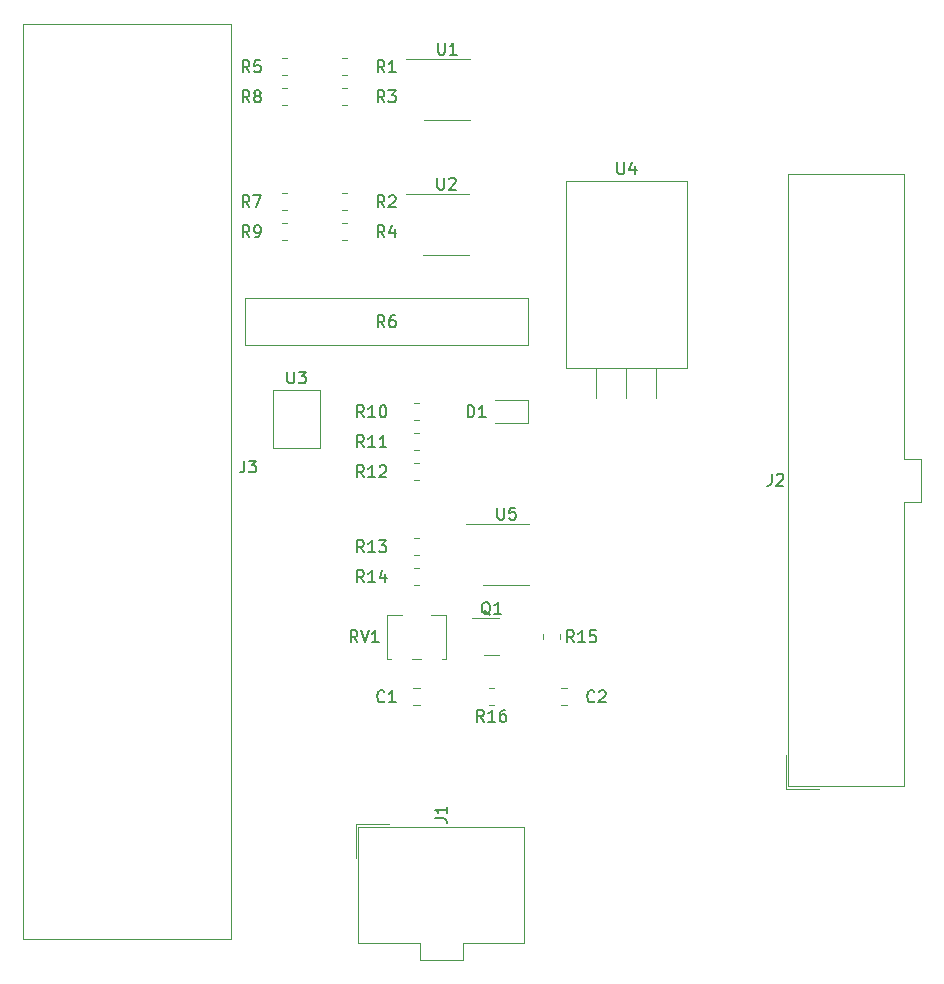
<source format=gbr>
%TF.GenerationSoftware,KiCad,Pcbnew,7.0.1*%
%TF.CreationDate,2024-01-01T19:45:24+00:00*%
%TF.ProjectId,PowerDelivery,506f7765-7244-4656-9c69-766572792e6b,rev?*%
%TF.SameCoordinates,Original*%
%TF.FileFunction,Legend,Top*%
%TF.FilePolarity,Positive*%
%FSLAX46Y46*%
G04 Gerber Fmt 4.6, Leading zero omitted, Abs format (unit mm)*
G04 Created by KiCad (PCBNEW 7.0.1) date 2024-01-01 19:45:24*
%MOMM*%
%LPD*%
G01*
G04 APERTURE LIST*
%ADD10C,0.150000*%
%ADD11C,0.120000*%
G04 APERTURE END LIST*
D10*
%TO.C,R10*%
X147947142Y-93172619D02*
X147613809Y-92696428D01*
X147375714Y-93172619D02*
X147375714Y-92172619D01*
X147375714Y-92172619D02*
X147756666Y-92172619D01*
X147756666Y-92172619D02*
X147851904Y-92220238D01*
X147851904Y-92220238D02*
X147899523Y-92267857D01*
X147899523Y-92267857D02*
X147947142Y-92363095D01*
X147947142Y-92363095D02*
X147947142Y-92505952D01*
X147947142Y-92505952D02*
X147899523Y-92601190D01*
X147899523Y-92601190D02*
X147851904Y-92648809D01*
X147851904Y-92648809D02*
X147756666Y-92696428D01*
X147756666Y-92696428D02*
X147375714Y-92696428D01*
X148899523Y-93172619D02*
X148328095Y-93172619D01*
X148613809Y-93172619D02*
X148613809Y-92172619D01*
X148613809Y-92172619D02*
X148518571Y-92315476D01*
X148518571Y-92315476D02*
X148423333Y-92410714D01*
X148423333Y-92410714D02*
X148328095Y-92458333D01*
X149518571Y-92172619D02*
X149613809Y-92172619D01*
X149613809Y-92172619D02*
X149709047Y-92220238D01*
X149709047Y-92220238D02*
X149756666Y-92267857D01*
X149756666Y-92267857D02*
X149804285Y-92363095D01*
X149804285Y-92363095D02*
X149851904Y-92553571D01*
X149851904Y-92553571D02*
X149851904Y-92791666D01*
X149851904Y-92791666D02*
X149804285Y-92982142D01*
X149804285Y-92982142D02*
X149756666Y-93077380D01*
X149756666Y-93077380D02*
X149709047Y-93125000D01*
X149709047Y-93125000D02*
X149613809Y-93172619D01*
X149613809Y-93172619D02*
X149518571Y-93172619D01*
X149518571Y-93172619D02*
X149423333Y-93125000D01*
X149423333Y-93125000D02*
X149375714Y-93077380D01*
X149375714Y-93077380D02*
X149328095Y-92982142D01*
X149328095Y-92982142D02*
X149280476Y-92791666D01*
X149280476Y-92791666D02*
X149280476Y-92553571D01*
X149280476Y-92553571D02*
X149328095Y-92363095D01*
X149328095Y-92363095D02*
X149375714Y-92267857D01*
X149375714Y-92267857D02*
X149423333Y-92220238D01*
X149423333Y-92220238D02*
X149518571Y-92172619D01*
%TO.C,J1*%
X153962619Y-127133333D02*
X154676904Y-127133333D01*
X154676904Y-127133333D02*
X154819761Y-127180952D01*
X154819761Y-127180952D02*
X154915000Y-127276190D01*
X154915000Y-127276190D02*
X154962619Y-127419047D01*
X154962619Y-127419047D02*
X154962619Y-127514285D01*
X154962619Y-126133333D02*
X154962619Y-126704761D01*
X154962619Y-126419047D02*
X153962619Y-126419047D01*
X153962619Y-126419047D02*
X154105476Y-126514285D01*
X154105476Y-126514285D02*
X154200714Y-126609523D01*
X154200714Y-126609523D02*
X154248333Y-126704761D01*
%TO.C,J3*%
X137826666Y-96832619D02*
X137826666Y-97546904D01*
X137826666Y-97546904D02*
X137779047Y-97689761D01*
X137779047Y-97689761D02*
X137683809Y-97785000D01*
X137683809Y-97785000D02*
X137540952Y-97832619D01*
X137540952Y-97832619D02*
X137445714Y-97832619D01*
X138207619Y-96832619D02*
X138826666Y-96832619D01*
X138826666Y-96832619D02*
X138493333Y-97213571D01*
X138493333Y-97213571D02*
X138636190Y-97213571D01*
X138636190Y-97213571D02*
X138731428Y-97261190D01*
X138731428Y-97261190D02*
X138779047Y-97308809D01*
X138779047Y-97308809D02*
X138826666Y-97404047D01*
X138826666Y-97404047D02*
X138826666Y-97642142D01*
X138826666Y-97642142D02*
X138779047Y-97737380D01*
X138779047Y-97737380D02*
X138731428Y-97785000D01*
X138731428Y-97785000D02*
X138636190Y-97832619D01*
X138636190Y-97832619D02*
X138350476Y-97832619D01*
X138350476Y-97832619D02*
X138255238Y-97785000D01*
X138255238Y-97785000D02*
X138207619Y-97737380D01*
%TO.C,U1*%
X154243095Y-61467619D02*
X154243095Y-62277142D01*
X154243095Y-62277142D02*
X154290714Y-62372380D01*
X154290714Y-62372380D02*
X154338333Y-62420000D01*
X154338333Y-62420000D02*
X154433571Y-62467619D01*
X154433571Y-62467619D02*
X154624047Y-62467619D01*
X154624047Y-62467619D02*
X154719285Y-62420000D01*
X154719285Y-62420000D02*
X154766904Y-62372380D01*
X154766904Y-62372380D02*
X154814523Y-62277142D01*
X154814523Y-62277142D02*
X154814523Y-61467619D01*
X155814523Y-62467619D02*
X155243095Y-62467619D01*
X155528809Y-62467619D02*
X155528809Y-61467619D01*
X155528809Y-61467619D02*
X155433571Y-61610476D01*
X155433571Y-61610476D02*
X155338333Y-61705714D01*
X155338333Y-61705714D02*
X155243095Y-61753333D01*
%TO.C,D1*%
X156741905Y-93172619D02*
X156741905Y-92172619D01*
X156741905Y-92172619D02*
X156980000Y-92172619D01*
X156980000Y-92172619D02*
X157122857Y-92220238D01*
X157122857Y-92220238D02*
X157218095Y-92315476D01*
X157218095Y-92315476D02*
X157265714Y-92410714D01*
X157265714Y-92410714D02*
X157313333Y-92601190D01*
X157313333Y-92601190D02*
X157313333Y-92744047D01*
X157313333Y-92744047D02*
X157265714Y-92934523D01*
X157265714Y-92934523D02*
X157218095Y-93029761D01*
X157218095Y-93029761D02*
X157122857Y-93125000D01*
X157122857Y-93125000D02*
X156980000Y-93172619D01*
X156980000Y-93172619D02*
X156741905Y-93172619D01*
X158265714Y-93172619D02*
X157694286Y-93172619D01*
X157980000Y-93172619D02*
X157980000Y-92172619D01*
X157980000Y-92172619D02*
X157884762Y-92315476D01*
X157884762Y-92315476D02*
X157789524Y-92410714D01*
X157789524Y-92410714D02*
X157694286Y-92458333D01*
%TO.C,R6*%
X149693333Y-85552619D02*
X149360000Y-85076428D01*
X149121905Y-85552619D02*
X149121905Y-84552619D01*
X149121905Y-84552619D02*
X149502857Y-84552619D01*
X149502857Y-84552619D02*
X149598095Y-84600238D01*
X149598095Y-84600238D02*
X149645714Y-84647857D01*
X149645714Y-84647857D02*
X149693333Y-84743095D01*
X149693333Y-84743095D02*
X149693333Y-84885952D01*
X149693333Y-84885952D02*
X149645714Y-84981190D01*
X149645714Y-84981190D02*
X149598095Y-85028809D01*
X149598095Y-85028809D02*
X149502857Y-85076428D01*
X149502857Y-85076428D02*
X149121905Y-85076428D01*
X150550476Y-84552619D02*
X150360000Y-84552619D01*
X150360000Y-84552619D02*
X150264762Y-84600238D01*
X150264762Y-84600238D02*
X150217143Y-84647857D01*
X150217143Y-84647857D02*
X150121905Y-84790714D01*
X150121905Y-84790714D02*
X150074286Y-84981190D01*
X150074286Y-84981190D02*
X150074286Y-85362142D01*
X150074286Y-85362142D02*
X150121905Y-85457380D01*
X150121905Y-85457380D02*
X150169524Y-85505000D01*
X150169524Y-85505000D02*
X150264762Y-85552619D01*
X150264762Y-85552619D02*
X150455238Y-85552619D01*
X150455238Y-85552619D02*
X150550476Y-85505000D01*
X150550476Y-85505000D02*
X150598095Y-85457380D01*
X150598095Y-85457380D02*
X150645714Y-85362142D01*
X150645714Y-85362142D02*
X150645714Y-85124047D01*
X150645714Y-85124047D02*
X150598095Y-85028809D01*
X150598095Y-85028809D02*
X150550476Y-84981190D01*
X150550476Y-84981190D02*
X150455238Y-84933571D01*
X150455238Y-84933571D02*
X150264762Y-84933571D01*
X150264762Y-84933571D02*
X150169524Y-84981190D01*
X150169524Y-84981190D02*
X150121905Y-85028809D01*
X150121905Y-85028809D02*
X150074286Y-85124047D01*
%TO.C,R4*%
X149693333Y-77932619D02*
X149360000Y-77456428D01*
X149121905Y-77932619D02*
X149121905Y-76932619D01*
X149121905Y-76932619D02*
X149502857Y-76932619D01*
X149502857Y-76932619D02*
X149598095Y-76980238D01*
X149598095Y-76980238D02*
X149645714Y-77027857D01*
X149645714Y-77027857D02*
X149693333Y-77123095D01*
X149693333Y-77123095D02*
X149693333Y-77265952D01*
X149693333Y-77265952D02*
X149645714Y-77361190D01*
X149645714Y-77361190D02*
X149598095Y-77408809D01*
X149598095Y-77408809D02*
X149502857Y-77456428D01*
X149502857Y-77456428D02*
X149121905Y-77456428D01*
X150550476Y-77265952D02*
X150550476Y-77932619D01*
X150312381Y-76885000D02*
X150074286Y-77599285D01*
X150074286Y-77599285D02*
X150693333Y-77599285D01*
%TO.C,U3*%
X141478095Y-89307619D02*
X141478095Y-90117142D01*
X141478095Y-90117142D02*
X141525714Y-90212380D01*
X141525714Y-90212380D02*
X141573333Y-90260000D01*
X141573333Y-90260000D02*
X141668571Y-90307619D01*
X141668571Y-90307619D02*
X141859047Y-90307619D01*
X141859047Y-90307619D02*
X141954285Y-90260000D01*
X141954285Y-90260000D02*
X142001904Y-90212380D01*
X142001904Y-90212380D02*
X142049523Y-90117142D01*
X142049523Y-90117142D02*
X142049523Y-89307619D01*
X142430476Y-89307619D02*
X143049523Y-89307619D01*
X143049523Y-89307619D02*
X142716190Y-89688571D01*
X142716190Y-89688571D02*
X142859047Y-89688571D01*
X142859047Y-89688571D02*
X142954285Y-89736190D01*
X142954285Y-89736190D02*
X143001904Y-89783809D01*
X143001904Y-89783809D02*
X143049523Y-89879047D01*
X143049523Y-89879047D02*
X143049523Y-90117142D01*
X143049523Y-90117142D02*
X143001904Y-90212380D01*
X143001904Y-90212380D02*
X142954285Y-90260000D01*
X142954285Y-90260000D02*
X142859047Y-90307619D01*
X142859047Y-90307619D02*
X142573333Y-90307619D01*
X142573333Y-90307619D02*
X142478095Y-90260000D01*
X142478095Y-90260000D02*
X142430476Y-90212380D01*
%TO.C,RV1*%
X147404761Y-112222619D02*
X147071428Y-111746428D01*
X146833333Y-112222619D02*
X146833333Y-111222619D01*
X146833333Y-111222619D02*
X147214285Y-111222619D01*
X147214285Y-111222619D02*
X147309523Y-111270238D01*
X147309523Y-111270238D02*
X147357142Y-111317857D01*
X147357142Y-111317857D02*
X147404761Y-111413095D01*
X147404761Y-111413095D02*
X147404761Y-111555952D01*
X147404761Y-111555952D02*
X147357142Y-111651190D01*
X147357142Y-111651190D02*
X147309523Y-111698809D01*
X147309523Y-111698809D02*
X147214285Y-111746428D01*
X147214285Y-111746428D02*
X146833333Y-111746428D01*
X147690476Y-111222619D02*
X148023809Y-112222619D01*
X148023809Y-112222619D02*
X148357142Y-111222619D01*
X149214285Y-112222619D02*
X148642857Y-112222619D01*
X148928571Y-112222619D02*
X148928571Y-111222619D01*
X148928571Y-111222619D02*
X148833333Y-111365476D01*
X148833333Y-111365476D02*
X148738095Y-111460714D01*
X148738095Y-111460714D02*
X148642857Y-111508333D01*
%TO.C,Q1*%
X158654761Y-109917857D02*
X158559523Y-109870238D01*
X158559523Y-109870238D02*
X158464285Y-109775000D01*
X158464285Y-109775000D02*
X158321428Y-109632142D01*
X158321428Y-109632142D02*
X158226190Y-109584523D01*
X158226190Y-109584523D02*
X158130952Y-109584523D01*
X158178571Y-109822619D02*
X158083333Y-109775000D01*
X158083333Y-109775000D02*
X157988095Y-109679761D01*
X157988095Y-109679761D02*
X157940476Y-109489285D01*
X157940476Y-109489285D02*
X157940476Y-109155952D01*
X157940476Y-109155952D02*
X157988095Y-108965476D01*
X157988095Y-108965476D02*
X158083333Y-108870238D01*
X158083333Y-108870238D02*
X158178571Y-108822619D01*
X158178571Y-108822619D02*
X158369047Y-108822619D01*
X158369047Y-108822619D02*
X158464285Y-108870238D01*
X158464285Y-108870238D02*
X158559523Y-108965476D01*
X158559523Y-108965476D02*
X158607142Y-109155952D01*
X158607142Y-109155952D02*
X158607142Y-109489285D01*
X158607142Y-109489285D02*
X158559523Y-109679761D01*
X158559523Y-109679761D02*
X158464285Y-109775000D01*
X158464285Y-109775000D02*
X158369047Y-109822619D01*
X158369047Y-109822619D02*
X158178571Y-109822619D01*
X159559523Y-109822619D02*
X158988095Y-109822619D01*
X159273809Y-109822619D02*
X159273809Y-108822619D01*
X159273809Y-108822619D02*
X159178571Y-108965476D01*
X159178571Y-108965476D02*
X159083333Y-109060714D01*
X159083333Y-109060714D02*
X158988095Y-109108333D01*
%TO.C,R16*%
X158107142Y-118952619D02*
X157773809Y-118476428D01*
X157535714Y-118952619D02*
X157535714Y-117952619D01*
X157535714Y-117952619D02*
X157916666Y-117952619D01*
X157916666Y-117952619D02*
X158011904Y-118000238D01*
X158011904Y-118000238D02*
X158059523Y-118047857D01*
X158059523Y-118047857D02*
X158107142Y-118143095D01*
X158107142Y-118143095D02*
X158107142Y-118285952D01*
X158107142Y-118285952D02*
X158059523Y-118381190D01*
X158059523Y-118381190D02*
X158011904Y-118428809D01*
X158011904Y-118428809D02*
X157916666Y-118476428D01*
X157916666Y-118476428D02*
X157535714Y-118476428D01*
X159059523Y-118952619D02*
X158488095Y-118952619D01*
X158773809Y-118952619D02*
X158773809Y-117952619D01*
X158773809Y-117952619D02*
X158678571Y-118095476D01*
X158678571Y-118095476D02*
X158583333Y-118190714D01*
X158583333Y-118190714D02*
X158488095Y-118238333D01*
X159916666Y-117952619D02*
X159726190Y-117952619D01*
X159726190Y-117952619D02*
X159630952Y-118000238D01*
X159630952Y-118000238D02*
X159583333Y-118047857D01*
X159583333Y-118047857D02*
X159488095Y-118190714D01*
X159488095Y-118190714D02*
X159440476Y-118381190D01*
X159440476Y-118381190D02*
X159440476Y-118762142D01*
X159440476Y-118762142D02*
X159488095Y-118857380D01*
X159488095Y-118857380D02*
X159535714Y-118905000D01*
X159535714Y-118905000D02*
X159630952Y-118952619D01*
X159630952Y-118952619D02*
X159821428Y-118952619D01*
X159821428Y-118952619D02*
X159916666Y-118905000D01*
X159916666Y-118905000D02*
X159964285Y-118857380D01*
X159964285Y-118857380D02*
X160011904Y-118762142D01*
X160011904Y-118762142D02*
X160011904Y-118524047D01*
X160011904Y-118524047D02*
X159964285Y-118428809D01*
X159964285Y-118428809D02*
X159916666Y-118381190D01*
X159916666Y-118381190D02*
X159821428Y-118333571D01*
X159821428Y-118333571D02*
X159630952Y-118333571D01*
X159630952Y-118333571D02*
X159535714Y-118381190D01*
X159535714Y-118381190D02*
X159488095Y-118428809D01*
X159488095Y-118428809D02*
X159440476Y-118524047D01*
%TO.C,C1*%
X149693333Y-117207380D02*
X149645714Y-117255000D01*
X149645714Y-117255000D02*
X149502857Y-117302619D01*
X149502857Y-117302619D02*
X149407619Y-117302619D01*
X149407619Y-117302619D02*
X149264762Y-117255000D01*
X149264762Y-117255000D02*
X149169524Y-117159761D01*
X149169524Y-117159761D02*
X149121905Y-117064523D01*
X149121905Y-117064523D02*
X149074286Y-116874047D01*
X149074286Y-116874047D02*
X149074286Y-116731190D01*
X149074286Y-116731190D02*
X149121905Y-116540714D01*
X149121905Y-116540714D02*
X149169524Y-116445476D01*
X149169524Y-116445476D02*
X149264762Y-116350238D01*
X149264762Y-116350238D02*
X149407619Y-116302619D01*
X149407619Y-116302619D02*
X149502857Y-116302619D01*
X149502857Y-116302619D02*
X149645714Y-116350238D01*
X149645714Y-116350238D02*
X149693333Y-116397857D01*
X150645714Y-117302619D02*
X150074286Y-117302619D01*
X150360000Y-117302619D02*
X150360000Y-116302619D01*
X150360000Y-116302619D02*
X150264762Y-116445476D01*
X150264762Y-116445476D02*
X150169524Y-116540714D01*
X150169524Y-116540714D02*
X150074286Y-116588333D01*
%TO.C,R8*%
X138263333Y-66502619D02*
X137930000Y-66026428D01*
X137691905Y-66502619D02*
X137691905Y-65502619D01*
X137691905Y-65502619D02*
X138072857Y-65502619D01*
X138072857Y-65502619D02*
X138168095Y-65550238D01*
X138168095Y-65550238D02*
X138215714Y-65597857D01*
X138215714Y-65597857D02*
X138263333Y-65693095D01*
X138263333Y-65693095D02*
X138263333Y-65835952D01*
X138263333Y-65835952D02*
X138215714Y-65931190D01*
X138215714Y-65931190D02*
X138168095Y-65978809D01*
X138168095Y-65978809D02*
X138072857Y-66026428D01*
X138072857Y-66026428D02*
X137691905Y-66026428D01*
X138834762Y-65931190D02*
X138739524Y-65883571D01*
X138739524Y-65883571D02*
X138691905Y-65835952D01*
X138691905Y-65835952D02*
X138644286Y-65740714D01*
X138644286Y-65740714D02*
X138644286Y-65693095D01*
X138644286Y-65693095D02*
X138691905Y-65597857D01*
X138691905Y-65597857D02*
X138739524Y-65550238D01*
X138739524Y-65550238D02*
X138834762Y-65502619D01*
X138834762Y-65502619D02*
X139025238Y-65502619D01*
X139025238Y-65502619D02*
X139120476Y-65550238D01*
X139120476Y-65550238D02*
X139168095Y-65597857D01*
X139168095Y-65597857D02*
X139215714Y-65693095D01*
X139215714Y-65693095D02*
X139215714Y-65740714D01*
X139215714Y-65740714D02*
X139168095Y-65835952D01*
X139168095Y-65835952D02*
X139120476Y-65883571D01*
X139120476Y-65883571D02*
X139025238Y-65931190D01*
X139025238Y-65931190D02*
X138834762Y-65931190D01*
X138834762Y-65931190D02*
X138739524Y-65978809D01*
X138739524Y-65978809D02*
X138691905Y-66026428D01*
X138691905Y-66026428D02*
X138644286Y-66121666D01*
X138644286Y-66121666D02*
X138644286Y-66312142D01*
X138644286Y-66312142D02*
X138691905Y-66407380D01*
X138691905Y-66407380D02*
X138739524Y-66455000D01*
X138739524Y-66455000D02*
X138834762Y-66502619D01*
X138834762Y-66502619D02*
X139025238Y-66502619D01*
X139025238Y-66502619D02*
X139120476Y-66455000D01*
X139120476Y-66455000D02*
X139168095Y-66407380D01*
X139168095Y-66407380D02*
X139215714Y-66312142D01*
X139215714Y-66312142D02*
X139215714Y-66121666D01*
X139215714Y-66121666D02*
X139168095Y-66026428D01*
X139168095Y-66026428D02*
X139120476Y-65978809D01*
X139120476Y-65978809D02*
X139025238Y-65931190D01*
%TO.C,C2*%
X167473333Y-117207380D02*
X167425714Y-117255000D01*
X167425714Y-117255000D02*
X167282857Y-117302619D01*
X167282857Y-117302619D02*
X167187619Y-117302619D01*
X167187619Y-117302619D02*
X167044762Y-117255000D01*
X167044762Y-117255000D02*
X166949524Y-117159761D01*
X166949524Y-117159761D02*
X166901905Y-117064523D01*
X166901905Y-117064523D02*
X166854286Y-116874047D01*
X166854286Y-116874047D02*
X166854286Y-116731190D01*
X166854286Y-116731190D02*
X166901905Y-116540714D01*
X166901905Y-116540714D02*
X166949524Y-116445476D01*
X166949524Y-116445476D02*
X167044762Y-116350238D01*
X167044762Y-116350238D02*
X167187619Y-116302619D01*
X167187619Y-116302619D02*
X167282857Y-116302619D01*
X167282857Y-116302619D02*
X167425714Y-116350238D01*
X167425714Y-116350238D02*
X167473333Y-116397857D01*
X167854286Y-116397857D02*
X167901905Y-116350238D01*
X167901905Y-116350238D02*
X167997143Y-116302619D01*
X167997143Y-116302619D02*
X168235238Y-116302619D01*
X168235238Y-116302619D02*
X168330476Y-116350238D01*
X168330476Y-116350238D02*
X168378095Y-116397857D01*
X168378095Y-116397857D02*
X168425714Y-116493095D01*
X168425714Y-116493095D02*
X168425714Y-116588333D01*
X168425714Y-116588333D02*
X168378095Y-116731190D01*
X168378095Y-116731190D02*
X167806667Y-117302619D01*
X167806667Y-117302619D02*
X168425714Y-117302619D01*
%TO.C,U5*%
X159258095Y-100837619D02*
X159258095Y-101647142D01*
X159258095Y-101647142D02*
X159305714Y-101742380D01*
X159305714Y-101742380D02*
X159353333Y-101790000D01*
X159353333Y-101790000D02*
X159448571Y-101837619D01*
X159448571Y-101837619D02*
X159639047Y-101837619D01*
X159639047Y-101837619D02*
X159734285Y-101790000D01*
X159734285Y-101790000D02*
X159781904Y-101742380D01*
X159781904Y-101742380D02*
X159829523Y-101647142D01*
X159829523Y-101647142D02*
X159829523Y-100837619D01*
X160781904Y-100837619D02*
X160305714Y-100837619D01*
X160305714Y-100837619D02*
X160258095Y-101313809D01*
X160258095Y-101313809D02*
X160305714Y-101266190D01*
X160305714Y-101266190D02*
X160400952Y-101218571D01*
X160400952Y-101218571D02*
X160639047Y-101218571D01*
X160639047Y-101218571D02*
X160734285Y-101266190D01*
X160734285Y-101266190D02*
X160781904Y-101313809D01*
X160781904Y-101313809D02*
X160829523Y-101409047D01*
X160829523Y-101409047D02*
X160829523Y-101647142D01*
X160829523Y-101647142D02*
X160781904Y-101742380D01*
X160781904Y-101742380D02*
X160734285Y-101790000D01*
X160734285Y-101790000D02*
X160639047Y-101837619D01*
X160639047Y-101837619D02*
X160400952Y-101837619D01*
X160400952Y-101837619D02*
X160305714Y-101790000D01*
X160305714Y-101790000D02*
X160258095Y-101742380D01*
%TO.C,R14*%
X147947142Y-107142619D02*
X147613809Y-106666428D01*
X147375714Y-107142619D02*
X147375714Y-106142619D01*
X147375714Y-106142619D02*
X147756666Y-106142619D01*
X147756666Y-106142619D02*
X147851904Y-106190238D01*
X147851904Y-106190238D02*
X147899523Y-106237857D01*
X147899523Y-106237857D02*
X147947142Y-106333095D01*
X147947142Y-106333095D02*
X147947142Y-106475952D01*
X147947142Y-106475952D02*
X147899523Y-106571190D01*
X147899523Y-106571190D02*
X147851904Y-106618809D01*
X147851904Y-106618809D02*
X147756666Y-106666428D01*
X147756666Y-106666428D02*
X147375714Y-106666428D01*
X148899523Y-107142619D02*
X148328095Y-107142619D01*
X148613809Y-107142619D02*
X148613809Y-106142619D01*
X148613809Y-106142619D02*
X148518571Y-106285476D01*
X148518571Y-106285476D02*
X148423333Y-106380714D01*
X148423333Y-106380714D02*
X148328095Y-106428333D01*
X149756666Y-106475952D02*
X149756666Y-107142619D01*
X149518571Y-106095000D02*
X149280476Y-106809285D01*
X149280476Y-106809285D02*
X149899523Y-106809285D01*
%TO.C,J2*%
X182466666Y-97962619D02*
X182466666Y-98676904D01*
X182466666Y-98676904D02*
X182419047Y-98819761D01*
X182419047Y-98819761D02*
X182323809Y-98915000D01*
X182323809Y-98915000D02*
X182180952Y-98962619D01*
X182180952Y-98962619D02*
X182085714Y-98962619D01*
X182895238Y-98057857D02*
X182942857Y-98010238D01*
X182942857Y-98010238D02*
X183038095Y-97962619D01*
X183038095Y-97962619D02*
X183276190Y-97962619D01*
X183276190Y-97962619D02*
X183371428Y-98010238D01*
X183371428Y-98010238D02*
X183419047Y-98057857D01*
X183419047Y-98057857D02*
X183466666Y-98153095D01*
X183466666Y-98153095D02*
X183466666Y-98248333D01*
X183466666Y-98248333D02*
X183419047Y-98391190D01*
X183419047Y-98391190D02*
X182847619Y-98962619D01*
X182847619Y-98962619D02*
X183466666Y-98962619D01*
%TO.C,R9*%
X138263333Y-77932619D02*
X137930000Y-77456428D01*
X137691905Y-77932619D02*
X137691905Y-76932619D01*
X137691905Y-76932619D02*
X138072857Y-76932619D01*
X138072857Y-76932619D02*
X138168095Y-76980238D01*
X138168095Y-76980238D02*
X138215714Y-77027857D01*
X138215714Y-77027857D02*
X138263333Y-77123095D01*
X138263333Y-77123095D02*
X138263333Y-77265952D01*
X138263333Y-77265952D02*
X138215714Y-77361190D01*
X138215714Y-77361190D02*
X138168095Y-77408809D01*
X138168095Y-77408809D02*
X138072857Y-77456428D01*
X138072857Y-77456428D02*
X137691905Y-77456428D01*
X138739524Y-77932619D02*
X138930000Y-77932619D01*
X138930000Y-77932619D02*
X139025238Y-77885000D01*
X139025238Y-77885000D02*
X139072857Y-77837380D01*
X139072857Y-77837380D02*
X139168095Y-77694523D01*
X139168095Y-77694523D02*
X139215714Y-77504047D01*
X139215714Y-77504047D02*
X139215714Y-77123095D01*
X139215714Y-77123095D02*
X139168095Y-77027857D01*
X139168095Y-77027857D02*
X139120476Y-76980238D01*
X139120476Y-76980238D02*
X139025238Y-76932619D01*
X139025238Y-76932619D02*
X138834762Y-76932619D01*
X138834762Y-76932619D02*
X138739524Y-76980238D01*
X138739524Y-76980238D02*
X138691905Y-77027857D01*
X138691905Y-77027857D02*
X138644286Y-77123095D01*
X138644286Y-77123095D02*
X138644286Y-77361190D01*
X138644286Y-77361190D02*
X138691905Y-77456428D01*
X138691905Y-77456428D02*
X138739524Y-77504047D01*
X138739524Y-77504047D02*
X138834762Y-77551666D01*
X138834762Y-77551666D02*
X139025238Y-77551666D01*
X139025238Y-77551666D02*
X139120476Y-77504047D01*
X139120476Y-77504047D02*
X139168095Y-77456428D01*
X139168095Y-77456428D02*
X139215714Y-77361190D01*
%TO.C,R3*%
X149693333Y-66502619D02*
X149360000Y-66026428D01*
X149121905Y-66502619D02*
X149121905Y-65502619D01*
X149121905Y-65502619D02*
X149502857Y-65502619D01*
X149502857Y-65502619D02*
X149598095Y-65550238D01*
X149598095Y-65550238D02*
X149645714Y-65597857D01*
X149645714Y-65597857D02*
X149693333Y-65693095D01*
X149693333Y-65693095D02*
X149693333Y-65835952D01*
X149693333Y-65835952D02*
X149645714Y-65931190D01*
X149645714Y-65931190D02*
X149598095Y-65978809D01*
X149598095Y-65978809D02*
X149502857Y-66026428D01*
X149502857Y-66026428D02*
X149121905Y-66026428D01*
X150026667Y-65502619D02*
X150645714Y-65502619D01*
X150645714Y-65502619D02*
X150312381Y-65883571D01*
X150312381Y-65883571D02*
X150455238Y-65883571D01*
X150455238Y-65883571D02*
X150550476Y-65931190D01*
X150550476Y-65931190D02*
X150598095Y-65978809D01*
X150598095Y-65978809D02*
X150645714Y-66074047D01*
X150645714Y-66074047D02*
X150645714Y-66312142D01*
X150645714Y-66312142D02*
X150598095Y-66407380D01*
X150598095Y-66407380D02*
X150550476Y-66455000D01*
X150550476Y-66455000D02*
X150455238Y-66502619D01*
X150455238Y-66502619D02*
X150169524Y-66502619D01*
X150169524Y-66502619D02*
X150074286Y-66455000D01*
X150074286Y-66455000D02*
X150026667Y-66407380D01*
%TO.C,U4*%
X169418095Y-71592619D02*
X169418095Y-72402142D01*
X169418095Y-72402142D02*
X169465714Y-72497380D01*
X169465714Y-72497380D02*
X169513333Y-72545000D01*
X169513333Y-72545000D02*
X169608571Y-72592619D01*
X169608571Y-72592619D02*
X169799047Y-72592619D01*
X169799047Y-72592619D02*
X169894285Y-72545000D01*
X169894285Y-72545000D02*
X169941904Y-72497380D01*
X169941904Y-72497380D02*
X169989523Y-72402142D01*
X169989523Y-72402142D02*
X169989523Y-71592619D01*
X170894285Y-71925952D02*
X170894285Y-72592619D01*
X170656190Y-71545000D02*
X170418095Y-72259285D01*
X170418095Y-72259285D02*
X171037142Y-72259285D01*
%TO.C,U2*%
X154178095Y-72897619D02*
X154178095Y-73707142D01*
X154178095Y-73707142D02*
X154225714Y-73802380D01*
X154225714Y-73802380D02*
X154273333Y-73850000D01*
X154273333Y-73850000D02*
X154368571Y-73897619D01*
X154368571Y-73897619D02*
X154559047Y-73897619D01*
X154559047Y-73897619D02*
X154654285Y-73850000D01*
X154654285Y-73850000D02*
X154701904Y-73802380D01*
X154701904Y-73802380D02*
X154749523Y-73707142D01*
X154749523Y-73707142D02*
X154749523Y-72897619D01*
X155178095Y-72992857D02*
X155225714Y-72945238D01*
X155225714Y-72945238D02*
X155320952Y-72897619D01*
X155320952Y-72897619D02*
X155559047Y-72897619D01*
X155559047Y-72897619D02*
X155654285Y-72945238D01*
X155654285Y-72945238D02*
X155701904Y-72992857D01*
X155701904Y-72992857D02*
X155749523Y-73088095D01*
X155749523Y-73088095D02*
X155749523Y-73183333D01*
X155749523Y-73183333D02*
X155701904Y-73326190D01*
X155701904Y-73326190D02*
X155130476Y-73897619D01*
X155130476Y-73897619D02*
X155749523Y-73897619D01*
%TO.C,R12*%
X147947142Y-98252619D02*
X147613809Y-97776428D01*
X147375714Y-98252619D02*
X147375714Y-97252619D01*
X147375714Y-97252619D02*
X147756666Y-97252619D01*
X147756666Y-97252619D02*
X147851904Y-97300238D01*
X147851904Y-97300238D02*
X147899523Y-97347857D01*
X147899523Y-97347857D02*
X147947142Y-97443095D01*
X147947142Y-97443095D02*
X147947142Y-97585952D01*
X147947142Y-97585952D02*
X147899523Y-97681190D01*
X147899523Y-97681190D02*
X147851904Y-97728809D01*
X147851904Y-97728809D02*
X147756666Y-97776428D01*
X147756666Y-97776428D02*
X147375714Y-97776428D01*
X148899523Y-98252619D02*
X148328095Y-98252619D01*
X148613809Y-98252619D02*
X148613809Y-97252619D01*
X148613809Y-97252619D02*
X148518571Y-97395476D01*
X148518571Y-97395476D02*
X148423333Y-97490714D01*
X148423333Y-97490714D02*
X148328095Y-97538333D01*
X149280476Y-97347857D02*
X149328095Y-97300238D01*
X149328095Y-97300238D02*
X149423333Y-97252619D01*
X149423333Y-97252619D02*
X149661428Y-97252619D01*
X149661428Y-97252619D02*
X149756666Y-97300238D01*
X149756666Y-97300238D02*
X149804285Y-97347857D01*
X149804285Y-97347857D02*
X149851904Y-97443095D01*
X149851904Y-97443095D02*
X149851904Y-97538333D01*
X149851904Y-97538333D02*
X149804285Y-97681190D01*
X149804285Y-97681190D02*
X149232857Y-98252619D01*
X149232857Y-98252619D02*
X149851904Y-98252619D01*
%TO.C,R2*%
X149693333Y-75392619D02*
X149360000Y-74916428D01*
X149121905Y-75392619D02*
X149121905Y-74392619D01*
X149121905Y-74392619D02*
X149502857Y-74392619D01*
X149502857Y-74392619D02*
X149598095Y-74440238D01*
X149598095Y-74440238D02*
X149645714Y-74487857D01*
X149645714Y-74487857D02*
X149693333Y-74583095D01*
X149693333Y-74583095D02*
X149693333Y-74725952D01*
X149693333Y-74725952D02*
X149645714Y-74821190D01*
X149645714Y-74821190D02*
X149598095Y-74868809D01*
X149598095Y-74868809D02*
X149502857Y-74916428D01*
X149502857Y-74916428D02*
X149121905Y-74916428D01*
X150074286Y-74487857D02*
X150121905Y-74440238D01*
X150121905Y-74440238D02*
X150217143Y-74392619D01*
X150217143Y-74392619D02*
X150455238Y-74392619D01*
X150455238Y-74392619D02*
X150550476Y-74440238D01*
X150550476Y-74440238D02*
X150598095Y-74487857D01*
X150598095Y-74487857D02*
X150645714Y-74583095D01*
X150645714Y-74583095D02*
X150645714Y-74678333D01*
X150645714Y-74678333D02*
X150598095Y-74821190D01*
X150598095Y-74821190D02*
X150026667Y-75392619D01*
X150026667Y-75392619D02*
X150645714Y-75392619D01*
%TO.C,R11*%
X147947142Y-95712619D02*
X147613809Y-95236428D01*
X147375714Y-95712619D02*
X147375714Y-94712619D01*
X147375714Y-94712619D02*
X147756666Y-94712619D01*
X147756666Y-94712619D02*
X147851904Y-94760238D01*
X147851904Y-94760238D02*
X147899523Y-94807857D01*
X147899523Y-94807857D02*
X147947142Y-94903095D01*
X147947142Y-94903095D02*
X147947142Y-95045952D01*
X147947142Y-95045952D02*
X147899523Y-95141190D01*
X147899523Y-95141190D02*
X147851904Y-95188809D01*
X147851904Y-95188809D02*
X147756666Y-95236428D01*
X147756666Y-95236428D02*
X147375714Y-95236428D01*
X148899523Y-95712619D02*
X148328095Y-95712619D01*
X148613809Y-95712619D02*
X148613809Y-94712619D01*
X148613809Y-94712619D02*
X148518571Y-94855476D01*
X148518571Y-94855476D02*
X148423333Y-94950714D01*
X148423333Y-94950714D02*
X148328095Y-94998333D01*
X149851904Y-95712619D02*
X149280476Y-95712619D01*
X149566190Y-95712619D02*
X149566190Y-94712619D01*
X149566190Y-94712619D02*
X149470952Y-94855476D01*
X149470952Y-94855476D02*
X149375714Y-94950714D01*
X149375714Y-94950714D02*
X149280476Y-94998333D01*
%TO.C,R13*%
X147947142Y-104602619D02*
X147613809Y-104126428D01*
X147375714Y-104602619D02*
X147375714Y-103602619D01*
X147375714Y-103602619D02*
X147756666Y-103602619D01*
X147756666Y-103602619D02*
X147851904Y-103650238D01*
X147851904Y-103650238D02*
X147899523Y-103697857D01*
X147899523Y-103697857D02*
X147947142Y-103793095D01*
X147947142Y-103793095D02*
X147947142Y-103935952D01*
X147947142Y-103935952D02*
X147899523Y-104031190D01*
X147899523Y-104031190D02*
X147851904Y-104078809D01*
X147851904Y-104078809D02*
X147756666Y-104126428D01*
X147756666Y-104126428D02*
X147375714Y-104126428D01*
X148899523Y-104602619D02*
X148328095Y-104602619D01*
X148613809Y-104602619D02*
X148613809Y-103602619D01*
X148613809Y-103602619D02*
X148518571Y-103745476D01*
X148518571Y-103745476D02*
X148423333Y-103840714D01*
X148423333Y-103840714D02*
X148328095Y-103888333D01*
X149232857Y-103602619D02*
X149851904Y-103602619D01*
X149851904Y-103602619D02*
X149518571Y-103983571D01*
X149518571Y-103983571D02*
X149661428Y-103983571D01*
X149661428Y-103983571D02*
X149756666Y-104031190D01*
X149756666Y-104031190D02*
X149804285Y-104078809D01*
X149804285Y-104078809D02*
X149851904Y-104174047D01*
X149851904Y-104174047D02*
X149851904Y-104412142D01*
X149851904Y-104412142D02*
X149804285Y-104507380D01*
X149804285Y-104507380D02*
X149756666Y-104555000D01*
X149756666Y-104555000D02*
X149661428Y-104602619D01*
X149661428Y-104602619D02*
X149375714Y-104602619D01*
X149375714Y-104602619D02*
X149280476Y-104555000D01*
X149280476Y-104555000D02*
X149232857Y-104507380D01*
%TO.C,R15*%
X165727142Y-112222619D02*
X165393809Y-111746428D01*
X165155714Y-112222619D02*
X165155714Y-111222619D01*
X165155714Y-111222619D02*
X165536666Y-111222619D01*
X165536666Y-111222619D02*
X165631904Y-111270238D01*
X165631904Y-111270238D02*
X165679523Y-111317857D01*
X165679523Y-111317857D02*
X165727142Y-111413095D01*
X165727142Y-111413095D02*
X165727142Y-111555952D01*
X165727142Y-111555952D02*
X165679523Y-111651190D01*
X165679523Y-111651190D02*
X165631904Y-111698809D01*
X165631904Y-111698809D02*
X165536666Y-111746428D01*
X165536666Y-111746428D02*
X165155714Y-111746428D01*
X166679523Y-112222619D02*
X166108095Y-112222619D01*
X166393809Y-112222619D02*
X166393809Y-111222619D01*
X166393809Y-111222619D02*
X166298571Y-111365476D01*
X166298571Y-111365476D02*
X166203333Y-111460714D01*
X166203333Y-111460714D02*
X166108095Y-111508333D01*
X167584285Y-111222619D02*
X167108095Y-111222619D01*
X167108095Y-111222619D02*
X167060476Y-111698809D01*
X167060476Y-111698809D02*
X167108095Y-111651190D01*
X167108095Y-111651190D02*
X167203333Y-111603571D01*
X167203333Y-111603571D02*
X167441428Y-111603571D01*
X167441428Y-111603571D02*
X167536666Y-111651190D01*
X167536666Y-111651190D02*
X167584285Y-111698809D01*
X167584285Y-111698809D02*
X167631904Y-111794047D01*
X167631904Y-111794047D02*
X167631904Y-112032142D01*
X167631904Y-112032142D02*
X167584285Y-112127380D01*
X167584285Y-112127380D02*
X167536666Y-112175000D01*
X167536666Y-112175000D02*
X167441428Y-112222619D01*
X167441428Y-112222619D02*
X167203333Y-112222619D01*
X167203333Y-112222619D02*
X167108095Y-112175000D01*
X167108095Y-112175000D02*
X167060476Y-112127380D01*
%TO.C,R1*%
X149693333Y-63962619D02*
X149360000Y-63486428D01*
X149121905Y-63962619D02*
X149121905Y-62962619D01*
X149121905Y-62962619D02*
X149502857Y-62962619D01*
X149502857Y-62962619D02*
X149598095Y-63010238D01*
X149598095Y-63010238D02*
X149645714Y-63057857D01*
X149645714Y-63057857D02*
X149693333Y-63153095D01*
X149693333Y-63153095D02*
X149693333Y-63295952D01*
X149693333Y-63295952D02*
X149645714Y-63391190D01*
X149645714Y-63391190D02*
X149598095Y-63438809D01*
X149598095Y-63438809D02*
X149502857Y-63486428D01*
X149502857Y-63486428D02*
X149121905Y-63486428D01*
X150645714Y-63962619D02*
X150074286Y-63962619D01*
X150360000Y-63962619D02*
X150360000Y-62962619D01*
X150360000Y-62962619D02*
X150264762Y-63105476D01*
X150264762Y-63105476D02*
X150169524Y-63200714D01*
X150169524Y-63200714D02*
X150074286Y-63248333D01*
%TO.C,R5*%
X138263333Y-63962619D02*
X137930000Y-63486428D01*
X137691905Y-63962619D02*
X137691905Y-62962619D01*
X137691905Y-62962619D02*
X138072857Y-62962619D01*
X138072857Y-62962619D02*
X138168095Y-63010238D01*
X138168095Y-63010238D02*
X138215714Y-63057857D01*
X138215714Y-63057857D02*
X138263333Y-63153095D01*
X138263333Y-63153095D02*
X138263333Y-63295952D01*
X138263333Y-63295952D02*
X138215714Y-63391190D01*
X138215714Y-63391190D02*
X138168095Y-63438809D01*
X138168095Y-63438809D02*
X138072857Y-63486428D01*
X138072857Y-63486428D02*
X137691905Y-63486428D01*
X139168095Y-62962619D02*
X138691905Y-62962619D01*
X138691905Y-62962619D02*
X138644286Y-63438809D01*
X138644286Y-63438809D02*
X138691905Y-63391190D01*
X138691905Y-63391190D02*
X138787143Y-63343571D01*
X138787143Y-63343571D02*
X139025238Y-63343571D01*
X139025238Y-63343571D02*
X139120476Y-63391190D01*
X139120476Y-63391190D02*
X139168095Y-63438809D01*
X139168095Y-63438809D02*
X139215714Y-63534047D01*
X139215714Y-63534047D02*
X139215714Y-63772142D01*
X139215714Y-63772142D02*
X139168095Y-63867380D01*
X139168095Y-63867380D02*
X139120476Y-63915000D01*
X139120476Y-63915000D02*
X139025238Y-63962619D01*
X139025238Y-63962619D02*
X138787143Y-63962619D01*
X138787143Y-63962619D02*
X138691905Y-63915000D01*
X138691905Y-63915000D02*
X138644286Y-63867380D01*
%TO.C,R7*%
X138263333Y-75392619D02*
X137930000Y-74916428D01*
X137691905Y-75392619D02*
X137691905Y-74392619D01*
X137691905Y-74392619D02*
X138072857Y-74392619D01*
X138072857Y-74392619D02*
X138168095Y-74440238D01*
X138168095Y-74440238D02*
X138215714Y-74487857D01*
X138215714Y-74487857D02*
X138263333Y-74583095D01*
X138263333Y-74583095D02*
X138263333Y-74725952D01*
X138263333Y-74725952D02*
X138215714Y-74821190D01*
X138215714Y-74821190D02*
X138168095Y-74868809D01*
X138168095Y-74868809D02*
X138072857Y-74916428D01*
X138072857Y-74916428D02*
X137691905Y-74916428D01*
X138596667Y-74392619D02*
X139263333Y-74392619D01*
X139263333Y-74392619D02*
X138834762Y-75392619D01*
D11*
%TO.C,R10*%
X152627064Y-93445000D02*
X152172936Y-93445000D01*
X152627064Y-91975000D02*
X152172936Y-91975000D01*
%TO.C,J1*%
X147250000Y-127650000D02*
X147250000Y-130500000D01*
X147490000Y-127890000D02*
X147490000Y-137710000D01*
X147490000Y-137710000D02*
X152690000Y-137710000D01*
X150100000Y-127650000D02*
X147250000Y-127650000D01*
X152690000Y-137710000D02*
X152690000Y-139110000D01*
X152690000Y-139110000D02*
X154500000Y-139110000D01*
X154500000Y-127890000D02*
X147490000Y-127890000D01*
X154500000Y-127890000D02*
X161510000Y-127890000D01*
X156310000Y-137710000D02*
X156310000Y-139110000D01*
X156310000Y-139110000D02*
X154500000Y-139110000D01*
X161510000Y-127890000D02*
X161510000Y-137710000D01*
X161510000Y-137710000D02*
X156310000Y-137710000D01*
%TO.C,J3*%
X136705000Y-59845000D02*
X119105000Y-59845000D01*
X119105000Y-59845000D02*
X119105000Y-137345000D01*
X119105000Y-137345000D02*
X136705000Y-137345000D01*
X136705000Y-137345000D02*
X136705000Y-59845000D01*
%TO.C,U1*%
X155005000Y-62845000D02*
X151555000Y-62845000D01*
X155005000Y-62845000D02*
X156955000Y-62845000D01*
X155005000Y-67965000D02*
X153055000Y-67965000D01*
X155005000Y-67965000D02*
X156955000Y-67965000D01*
%TO.C,D1*%
X161880000Y-93670000D02*
X161880000Y-91750000D01*
X161880000Y-91750000D02*
X159020000Y-91750000D01*
X159020000Y-93670000D02*
X161880000Y-93670000D01*
%TO.C,R6*%
X137860000Y-83090000D02*
X161860000Y-83090000D01*
X161860000Y-83090000D02*
X161860000Y-87090000D01*
X161860000Y-87090000D02*
X137860000Y-87090000D01*
X137860000Y-87090000D02*
X137860000Y-83090000D01*
%TO.C,R4*%
X146092936Y-76735000D02*
X146547064Y-76735000D01*
X146092936Y-78205000D02*
X146547064Y-78205000D01*
%TO.C,U3*%
X140270000Y-90880000D02*
X144210000Y-90880000D01*
X144210000Y-90880000D02*
X144210000Y-95810000D01*
X144210000Y-95810000D02*
X140270000Y-95810000D01*
X140270000Y-95810000D02*
X140270000Y-90880000D01*
%TO.C,RV1*%
X154920000Y-113630000D02*
X154920000Y-109890000D01*
X154920000Y-113630000D02*
X154540000Y-113630000D01*
X154920000Y-109890000D02*
X153640000Y-109890000D01*
X152760000Y-113630000D02*
X152040000Y-113630000D01*
X151160000Y-109890000D02*
X149880000Y-109890000D01*
X150260000Y-113630000D02*
X149880000Y-113630000D01*
X149880000Y-113630000D02*
X149880000Y-109890000D01*
%TO.C,Q1*%
X158750000Y-110200000D02*
X157075000Y-110200000D01*
X158750000Y-110200000D02*
X159400000Y-110200000D01*
X158750000Y-113320000D02*
X158100000Y-113320000D01*
X158750000Y-113320000D02*
X159400000Y-113320000D01*
%TO.C,R16*%
X158977064Y-117575000D02*
X158522936Y-117575000D01*
X158977064Y-116105000D02*
X158522936Y-116105000D01*
%TO.C,C1*%
X152661252Y-117575000D02*
X152138748Y-117575000D01*
X152661252Y-116105000D02*
X152138748Y-116105000D01*
%TO.C,R8*%
X141467064Y-66775000D02*
X141012936Y-66775000D01*
X141467064Y-65305000D02*
X141012936Y-65305000D01*
%TO.C,C2*%
X164606248Y-116105000D02*
X165128752Y-116105000D01*
X164606248Y-117575000D02*
X165128752Y-117575000D01*
%TO.C,U5*%
X160020000Y-102215000D02*
X156570000Y-102215000D01*
X160020000Y-102215000D02*
X161970000Y-102215000D01*
X160020000Y-107335000D02*
X158070000Y-107335000D01*
X160020000Y-107335000D02*
X161970000Y-107335000D01*
%TO.C,R14*%
X152627064Y-107415000D02*
X152172936Y-107415000D01*
X152627064Y-105945000D02*
X152172936Y-105945000D01*
%TO.C,J2*%
X183650000Y-124650000D02*
X186500000Y-124650000D01*
X183890000Y-124410000D02*
X193710000Y-124410000D01*
X193710000Y-124410000D02*
X193710000Y-100310000D01*
X183650000Y-121800000D02*
X183650000Y-124650000D01*
X193710000Y-100310000D02*
X195110000Y-100310000D01*
X195110000Y-100310000D02*
X195110000Y-98500000D01*
X183890000Y-98500000D02*
X183890000Y-124410000D01*
X183890000Y-98500000D02*
X183890000Y-72590000D01*
X193710000Y-96690000D02*
X195110000Y-96690000D01*
X195110000Y-96690000D02*
X195110000Y-98500000D01*
X183890000Y-72590000D02*
X193710000Y-72590000D01*
X193710000Y-72590000D02*
X193710000Y-96690000D01*
%TO.C,R9*%
X141467064Y-78205000D02*
X141012936Y-78205000D01*
X141467064Y-76735000D02*
X141012936Y-76735000D01*
%TO.C,R3*%
X146092936Y-65305000D02*
X146547064Y-65305000D01*
X146092936Y-66775000D02*
X146547064Y-66775000D01*
%TO.C,U4*%
X165060000Y-73130000D02*
X165060000Y-89020000D01*
X165060000Y-73130000D02*
X175300000Y-73130000D01*
X165060000Y-89020000D02*
X175300000Y-89020000D01*
X167640000Y-89020000D02*
X167640000Y-91560000D01*
X170180000Y-89020000D02*
X170180000Y-91560000D01*
X172720000Y-89020000D02*
X172720000Y-91560000D01*
X175300000Y-73130000D02*
X175300000Y-89020000D01*
%TO.C,U2*%
X154940000Y-74275000D02*
X151490000Y-74275000D01*
X154940000Y-74275000D02*
X156890000Y-74275000D01*
X154940000Y-79395000D02*
X152990000Y-79395000D01*
X154940000Y-79395000D02*
X156890000Y-79395000D01*
%TO.C,R12*%
X152172936Y-97055000D02*
X152627064Y-97055000D01*
X152172936Y-98525000D02*
X152627064Y-98525000D01*
%TO.C,R2*%
X146092936Y-74195000D02*
X146547064Y-74195000D01*
X146092936Y-75665000D02*
X146547064Y-75665000D01*
%TO.C,R11*%
X152627064Y-95985000D02*
X152172936Y-95985000D01*
X152627064Y-94515000D02*
X152172936Y-94515000D01*
%TO.C,R13*%
X152172936Y-103405000D02*
X152627064Y-103405000D01*
X152172936Y-104875000D02*
X152627064Y-104875000D01*
%TO.C,R15*%
X164565000Y-111532936D02*
X164565000Y-111987064D01*
X163095000Y-111532936D02*
X163095000Y-111987064D01*
%TO.C,R1*%
X146092936Y-62765000D02*
X146547064Y-62765000D01*
X146092936Y-64235000D02*
X146547064Y-64235000D01*
%TO.C,R5*%
X141012936Y-62765000D02*
X141467064Y-62765000D01*
X141012936Y-64235000D02*
X141467064Y-64235000D01*
%TO.C,R7*%
X141012936Y-74195000D02*
X141467064Y-74195000D01*
X141012936Y-75665000D02*
X141467064Y-75665000D01*
%TD*%
M02*

</source>
